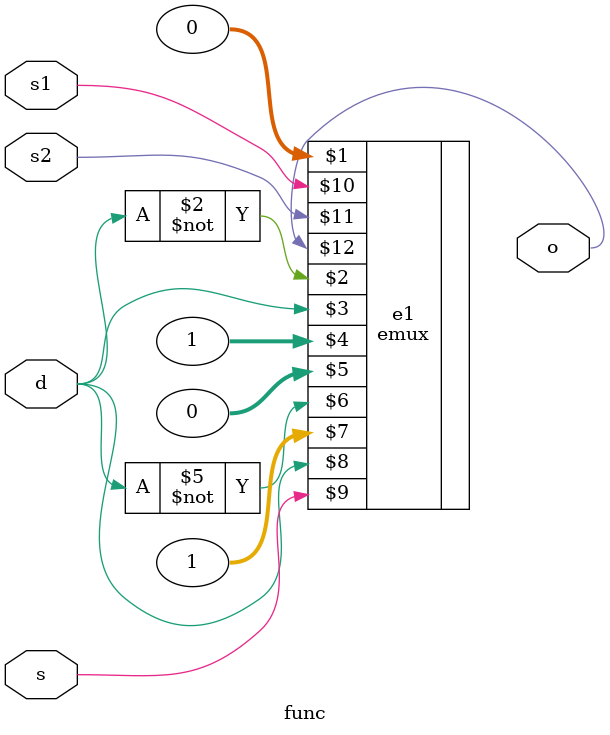
<source format=sv>
`timescale 1ns / 1ps


module func(
    input logic d,s,s1,s2,
    output logic o
    );
    emux e1(0,~d,d,1,0,~d,1,d,s,s1,s2,o);
endmodule

</source>
